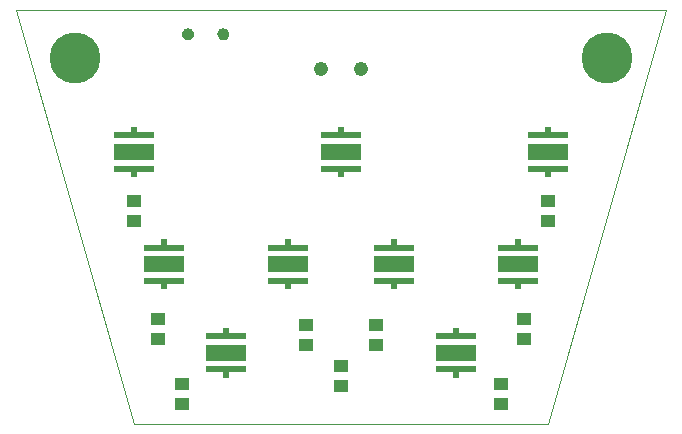
<source format=gts>
G75*
%MOIN*%
%OFA0B0*%
%FSLAX24Y24*%
%IPPOS*%
%LPD*%
%AMOC8*
5,1,8,0,0,1.08239X$1,22.5*
%
%ADD10C,0.0000*%
%ADD11R,0.0473X0.0434*%
%ADD12R,0.1339X0.0552*%
%ADD13R,0.1339X0.0237*%
%ADD14R,0.0237X0.0197*%
%ADD15C,0.0476*%
%ADD16C,0.0394*%
%ADD17C,0.1700*%
D10*
X004037Y000100D02*
X000100Y013880D01*
X021754Y013880D01*
X017817Y000100D01*
X004037Y000100D01*
X005632Y013088D02*
X005634Y013114D01*
X005640Y013140D01*
X005650Y013165D01*
X005663Y013188D01*
X005679Y013208D01*
X005699Y013226D01*
X005721Y013241D01*
X005744Y013253D01*
X005770Y013261D01*
X005796Y013265D01*
X005822Y013265D01*
X005848Y013261D01*
X005874Y013253D01*
X005898Y013241D01*
X005919Y013226D01*
X005939Y013208D01*
X005955Y013188D01*
X005968Y013165D01*
X005978Y013140D01*
X005984Y013114D01*
X005986Y013088D01*
X005984Y013062D01*
X005978Y013036D01*
X005968Y013011D01*
X005955Y012988D01*
X005939Y012968D01*
X005919Y012950D01*
X005897Y012935D01*
X005874Y012923D01*
X005848Y012915D01*
X005822Y012911D01*
X005796Y012911D01*
X005770Y012915D01*
X005744Y012923D01*
X005720Y012935D01*
X005699Y012950D01*
X005679Y012968D01*
X005663Y012988D01*
X005650Y013011D01*
X005640Y013036D01*
X005634Y013062D01*
X005632Y013088D01*
X006813Y013088D02*
X006815Y013114D01*
X006821Y013140D01*
X006831Y013165D01*
X006844Y013188D01*
X006860Y013208D01*
X006880Y013226D01*
X006902Y013241D01*
X006925Y013253D01*
X006951Y013261D01*
X006977Y013265D01*
X007003Y013265D01*
X007029Y013261D01*
X007055Y013253D01*
X007079Y013241D01*
X007100Y013226D01*
X007120Y013208D01*
X007136Y013188D01*
X007149Y013165D01*
X007159Y013140D01*
X007165Y013114D01*
X007167Y013088D01*
X007165Y013062D01*
X007159Y013036D01*
X007149Y013011D01*
X007136Y012988D01*
X007120Y012968D01*
X007100Y012950D01*
X007078Y012935D01*
X007055Y012923D01*
X007029Y012915D01*
X007003Y012911D01*
X006977Y012911D01*
X006951Y012915D01*
X006925Y012923D01*
X006901Y012935D01*
X006880Y012950D01*
X006860Y012968D01*
X006844Y012988D01*
X006831Y013011D01*
X006821Y013036D01*
X006815Y013062D01*
X006813Y013088D01*
D11*
X004037Y007521D03*
X004037Y006852D03*
X004824Y003584D03*
X004824Y002915D03*
X005612Y001419D03*
X005612Y000750D03*
X009746Y002718D03*
X009746Y003387D03*
X010927Y002009D03*
X010927Y001340D03*
X012108Y002718D03*
X012108Y003387D03*
X016242Y001419D03*
X016242Y000750D03*
X017029Y002915D03*
X017029Y003584D03*
X017817Y006852D03*
X017817Y007521D03*
D12*
X017817Y009155D03*
X016832Y005415D03*
X012698Y005415D03*
X009155Y005415D03*
X005029Y005415D03*
X007088Y002462D03*
X014765Y002462D03*
X010927Y009155D03*
X004037Y009155D03*
D13*
X004037Y008604D03*
X004037Y009706D03*
X005029Y005966D03*
X005029Y004864D03*
X007088Y003013D03*
X007088Y001911D03*
X009155Y004864D03*
X009155Y005966D03*
X012698Y005966D03*
X012698Y004864D03*
X014765Y003013D03*
X014765Y001911D03*
X016832Y004864D03*
X016832Y005966D03*
X017817Y008604D03*
X017817Y009706D03*
X010927Y009706D03*
X010927Y008604D03*
D14*
X010927Y008427D03*
X010927Y009883D03*
X012698Y006143D03*
X012698Y004687D03*
X014765Y003191D03*
X014765Y001734D03*
X016832Y004687D03*
X016832Y006143D03*
X017817Y008427D03*
X017817Y009883D03*
X009155Y006143D03*
X009155Y004687D03*
X007088Y003191D03*
X007088Y001734D03*
X005029Y004687D03*
X005029Y006143D03*
X004037Y008427D03*
X004037Y009883D03*
D15*
X010261Y011915D03*
X011600Y011915D03*
D16*
X006990Y013088D03*
X005809Y013088D03*
D17*
X002069Y012305D03*
X019785Y012305D03*
M02*

</source>
